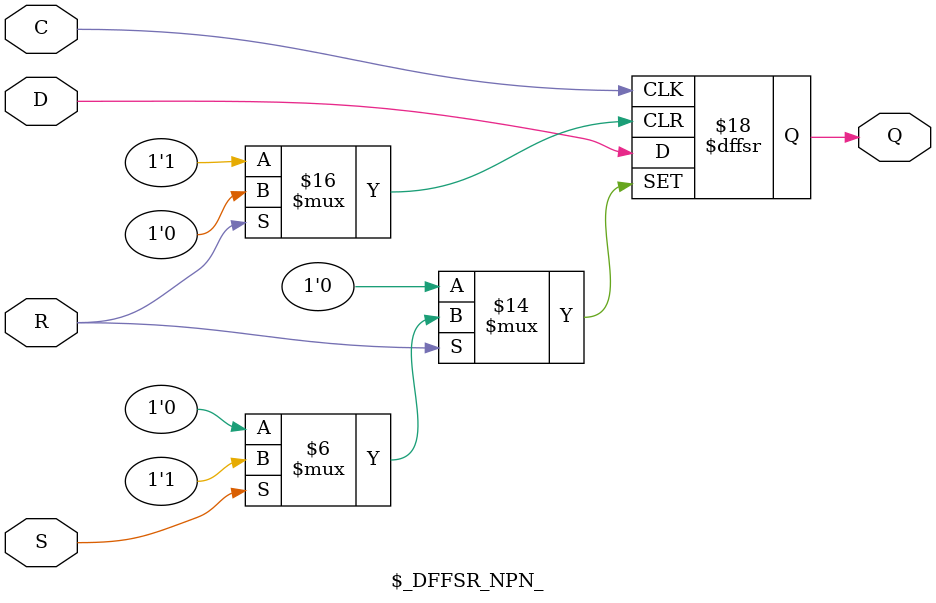
<source format=v>

module \$_DFFSR_NPN_ (C, S, R, D, Q);
input C, S, R, D;
output reg Q;
always @(negedge C, posedge S, negedge R) begin
	if (R == 0)
		Q <= 0;
	else if (S == 1)
		Q <= 1;
	else
		Q <= D;
end
endmodule

</source>
